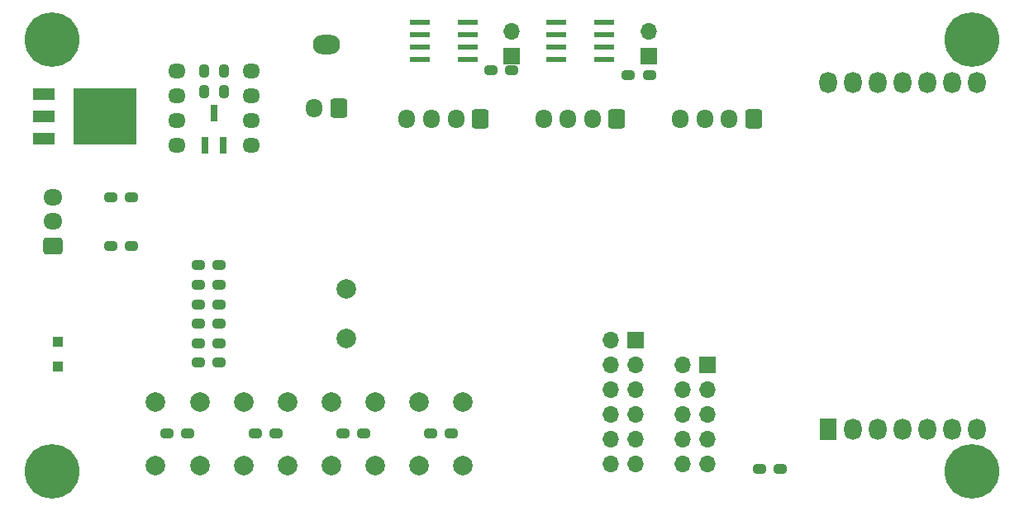
<source format=gbs>
G04 #@! TF.GenerationSoftware,KiCad,Pcbnew,7.0.9*
G04 #@! TF.CreationDate,2024-07-10T10:25:31+09:00*
G04 #@! TF.ProjectId,ODAmain,4f44416d-6169-46e2-9e6b-696361645f70,rev?*
G04 #@! TF.SameCoordinates,Original*
G04 #@! TF.FileFunction,Soldermask,Bot*
G04 #@! TF.FilePolarity,Negative*
%FSLAX46Y46*%
G04 Gerber Fmt 4.6, Leading zero omitted, Abs format (unit mm)*
G04 Created by KiCad (PCBNEW 7.0.9) date 2024-07-10 10:25:31*
%MOMM*%
%LPD*%
G01*
G04 APERTURE LIST*
G04 Aperture macros list*
%AMRoundRect*
0 Rectangle with rounded corners*
0 $1 Rounding radius*
0 $2 $3 $4 $5 $6 $7 $8 $9 X,Y pos of 4 corners*
0 Add a 4 corners polygon primitive as box body*
4,1,4,$2,$3,$4,$5,$6,$7,$8,$9,$2,$3,0*
0 Add four circle primitives for the rounded corners*
1,1,$1+$1,$2,$3*
1,1,$1+$1,$4,$5*
1,1,$1+$1,$6,$7*
1,1,$1+$1,$8,$9*
0 Add four rect primitives between the rounded corners*
20,1,$1+$1,$2,$3,$4,$5,0*
20,1,$1+$1,$4,$5,$6,$7,0*
20,1,$1+$1,$6,$7,$8,$9,0*
20,1,$1+$1,$8,$9,$2,$3,0*%
G04 Aperture macros list end*
%ADD10C,2.000000*%
%ADD11R,1.700000X1.700000*%
%ADD12O,1.700000X1.700000*%
%ADD13RoundRect,0.250000X0.725000X-0.600000X0.725000X0.600000X-0.725000X0.600000X-0.725000X-0.600000X0*%
%ADD14O,1.950000X1.700000*%
%ADD15C,1.000000*%
%ADD16C,5.600000*%
%ADD17RoundRect,0.250000X0.600000X0.725000X-0.600000X0.725000X-0.600000X-0.725000X0.600000X-0.725000X0*%
%ADD18O,1.700000X1.950000*%
%ADD19O,1.800000X1.524000*%
%ADD20R,1.800000X2.200000*%
%ADD21O,1.800000X2.200000*%
%ADD22C,1.998980*%
%ADD23O,2.800000X2.000000*%
%ADD24R,0.800000X1.800000*%
%ADD25RoundRect,0.237500X0.400000X0.237500X-0.400000X0.237500X-0.400000X-0.237500X0.400000X-0.237500X0*%
%ADD26RoundRect,0.237500X-0.400000X-0.237500X0.400000X-0.237500X0.400000X0.237500X-0.400000X0.237500X0*%
%ADD27R,1.000000X1.000000*%
%ADD28R,2.000000X0.600000*%
%ADD29RoundRect,0.237500X0.237500X-0.400000X0.237500X0.400000X-0.237500X0.400000X-0.237500X-0.400000X0*%
%ADD30RoundRect,0.237500X-0.237500X0.400000X-0.237500X-0.400000X0.237500X-0.400000X0.237500X0.400000X0*%
%ADD31R,2.200000X1.200000*%
%ADD32R,6.400000X5.800000*%
G04 APERTURE END LIST*
D10*
X141500000Y-129500000D03*
X141500000Y-123000000D03*
X146000000Y-129500000D03*
X146000000Y-123000000D03*
D11*
X180000000Y-119254000D03*
D12*
X177460000Y-119254000D03*
X180000000Y-121794000D03*
X177460000Y-121794000D03*
X180000000Y-124334000D03*
X177460000Y-124334000D03*
X180000000Y-126874000D03*
X177460000Y-126874000D03*
X180000000Y-129414000D03*
X177460000Y-129414000D03*
D10*
X132500000Y-129500000D03*
X132500000Y-123000000D03*
X137000000Y-129500000D03*
X137000000Y-123000000D03*
D13*
X113000000Y-107000000D03*
D14*
X113000000Y-104500000D03*
X113000000Y-102000000D03*
D10*
X123500000Y-129500000D03*
X123500000Y-123000000D03*
X128000000Y-129500000D03*
X128000000Y-123000000D03*
D15*
X204950000Y-130150000D03*
X205594370Y-128594370D03*
X205594370Y-131705630D03*
X207150000Y-127950000D03*
D16*
X207150000Y-130150000D03*
D15*
X207150000Y-132350000D03*
X208705630Y-128594370D03*
X208705630Y-131705630D03*
X209350000Y-130150000D03*
X110680000Y-85850000D03*
X111324370Y-84294370D03*
X111324370Y-87405630D03*
X112880000Y-83650000D03*
D16*
X112880000Y-85850000D03*
D15*
X112880000Y-88050000D03*
X114435630Y-84294370D03*
X114435630Y-87405630D03*
X115080000Y-85850000D03*
D17*
X170750000Y-94000000D03*
D18*
X168250000Y-94000000D03*
X165750000Y-94000000D03*
X163250000Y-94000000D03*
D19*
X125690000Y-89030000D03*
X125690000Y-91570000D03*
X125690000Y-94110000D03*
X125690000Y-96650000D03*
X133310000Y-96650000D03*
X133310000Y-94110000D03*
X133310000Y-91570000D03*
X133310000Y-89030000D03*
D20*
X192380000Y-125780000D03*
D21*
X194920000Y-125780000D03*
X197460000Y-125780000D03*
X200000000Y-125780000D03*
X202540000Y-125780000D03*
X205080000Y-125780000D03*
X207620000Y-125780000D03*
X207620000Y-90220000D03*
X205080000Y-90220000D03*
X202540000Y-90220000D03*
X200000000Y-90220000D03*
X197460000Y-90220000D03*
X194920000Y-90220000D03*
X192380000Y-90220000D03*
D11*
X172634000Y-116714000D03*
D12*
X170094000Y-116714000D03*
X172634000Y-119254000D03*
X170094000Y-119254000D03*
X172634000Y-121794000D03*
X170094000Y-121794000D03*
X172634000Y-124334000D03*
X170094000Y-124334000D03*
X172634000Y-126874000D03*
X170094000Y-126874000D03*
X172634000Y-129414000D03*
X170094000Y-129414000D03*
D17*
X156750000Y-94000000D03*
D18*
X154250000Y-94000000D03*
X151750000Y-94000000D03*
X149250000Y-94000000D03*
D11*
X160000000Y-87540000D03*
D12*
X160000000Y-85000000D03*
D15*
X110650000Y-130150000D03*
X111294370Y-128594370D03*
X111294370Y-131705630D03*
X112850000Y-127950000D03*
D16*
X112850000Y-130150000D03*
D15*
X112850000Y-132350000D03*
X114405630Y-128594370D03*
X114405630Y-131705630D03*
X115050000Y-130150000D03*
D10*
X150500000Y-129500000D03*
X150500000Y-123000000D03*
X155000000Y-129500000D03*
X155000000Y-123000000D03*
D15*
X204950000Y-85850000D03*
X205594370Y-84294370D03*
X205594370Y-87405630D03*
X207150000Y-83650000D03*
D16*
X207150000Y-85850000D03*
D15*
X207150000Y-88050000D03*
X208705630Y-84294370D03*
X208705630Y-87405630D03*
X209350000Y-85850000D03*
D22*
X143000000Y-116540000D03*
X143000000Y-111460000D03*
D11*
X174000000Y-87540000D03*
D12*
X174000000Y-85000000D03*
D17*
X184750000Y-94000000D03*
D18*
X182250000Y-94000000D03*
X179750000Y-94000000D03*
X177250000Y-94000000D03*
X139750000Y-92900000D03*
D17*
X142250000Y-92900000D03*
D23*
X141000000Y-86400000D03*
D24*
X130450000Y-96650000D03*
X128550000Y-96650000D03*
X129500000Y-93350000D03*
D25*
X130000000Y-117000000D03*
X127875000Y-117000000D03*
X126812500Y-126250000D03*
X124687500Y-126250000D03*
D26*
X118912500Y-102000000D03*
X121037500Y-102000000D03*
D25*
X130000000Y-113000000D03*
X127875000Y-113000000D03*
D26*
X171937500Y-89500000D03*
X174062500Y-89500000D03*
D25*
X130000000Y-111000000D03*
X127875000Y-111000000D03*
X144812500Y-126250000D03*
X142687500Y-126250000D03*
X130000000Y-115000000D03*
X127875000Y-115000000D03*
X135812500Y-126250000D03*
X133687500Y-126250000D03*
X130000000Y-109000000D03*
X127875000Y-109000000D03*
D27*
X113500000Y-119375000D03*
X113500000Y-116875000D03*
D28*
X150550000Y-87905000D03*
X150550000Y-86635000D03*
X150550000Y-85365000D03*
X150550000Y-84095000D03*
X155450000Y-84095000D03*
X155450000Y-85365000D03*
X155450000Y-86635000D03*
X155450000Y-87905000D03*
D29*
X128500000Y-91155000D03*
X128500000Y-89030000D03*
D25*
X153812500Y-126250000D03*
X151687500Y-126250000D03*
D26*
X118875000Y-107000000D03*
X121000000Y-107000000D03*
D25*
X130000000Y-119000000D03*
X127875000Y-119000000D03*
D28*
X164550000Y-87905000D03*
X164550000Y-86635000D03*
X164550000Y-85365000D03*
X164550000Y-84095000D03*
X169450000Y-84095000D03*
X169450000Y-85365000D03*
X169450000Y-86635000D03*
X169450000Y-87905000D03*
D26*
X185375000Y-129862500D03*
X187500000Y-129862500D03*
D30*
X130500000Y-89030000D03*
X130500000Y-91155000D03*
D26*
X157875000Y-89000000D03*
X160000000Y-89000000D03*
D31*
X112000000Y-96000000D03*
X112000000Y-93720000D03*
D32*
X118300000Y-93720000D03*
D31*
X112000000Y-91440000D03*
M02*

</source>
